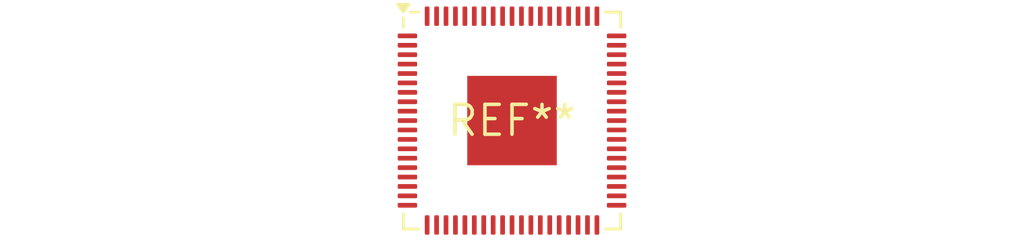
<source format=kicad_pcb>
(kicad_pcb (version 20240108) (generator pcbnew)
  (layers (0 "F.Cu" signal) (31 "B.Cu" signal) (34 "B.Paste" user) (35 "F.Paste" user) (36 "B.SilkS" user "B.Silkscreen") (37 "F.SilkS" user "F.Silkscreen") (38 "B.Mask" user) (39 "F.Mask" user) (44 "Edge.Cuts" user))
  (net 0 "")
  (footprint "QFN-76-1EP_9x9mm_P0.4mm_EP3.8x3.8mm" (layer "F.Cu") (at 0 0)
    (property "Reference" "REF**")
    (property "Value" "QFN-76-1EP_9x9mm_P0.4mm_EP3.8x3.8mm")
    (fp_line (start -4.61 -3.96) (end -4.61 -4.37) (layer "F.SilkS") (stroke (width 0.12)))
    (fp_line (start -4.61 4.61) (end -4.61 3.96) (layer "F.SilkS") (stroke (width 0.12)))
    (fp_line (start -3.96 -4.61) (end -4.31 -4.61) (layer "F.SilkS") (stroke (width 0.12)))
    (fp_line (start -3.96 4.61) (end -4.61 4.61) (layer "F.SilkS") (stroke (width 0.12)))
    (fp_line (start 3.96 -4.61) (end 4.61 -4.61) (layer "F.SilkS") (stroke (width 0.12)))
    (fp_line (start 3.96 4.61) (end 4.61 4.61) (layer "F.SilkS") (stroke (width 0.12)))
    (fp_line (start 4.61 -4.61) (end 4.61 -3.96) (layer "F.SilkS") (stroke (width 0.12)))
    (fp_line (start 4.61 4.61) (end 4.61 3.96) (layer "F.SilkS") (stroke (width 0.12)))
    (fp_poly (pts (xy -4.61 -4.61) (xy -4.85 -4.94) (xy -4.37 -4.94) (xy -4.61 -4.61)) (layer "F.SilkS") (stroke (width 0.12)) (fill solid))
    (pad "1" smd roundrect (at -4.4375 -3.6) (size 0.825 0.2) (layers "F.Cu" "F.Paste" "F.Mask"))
    (pad "2" smd roundrect (at -4.4375 -3.2) (size 0.825 0.2) (layers "F.Cu" "F.Paste" "F.Mask"))
    (pad "3" smd roundrect (at -4.4375 -2.8) (size 0.825 0.2) (layers "F.Cu" "F.Paste" "F.Mask"))
    (pad "4" smd roundrect (at -4.4375 -2.4) (size 0.825 0.2) (layers "F.Cu" "F.Paste" "F.Mask"))
    (pad "5" smd roundrect (at -4.4375 -2) (size 0.825 0.2) (layers "F.Cu" "F.Paste" "F.Mask"))
    (pad "6" smd roundrect (at -4.4375 -1.6) (size 0.825 0.2) (layers "F.Cu" "F.Paste" "F.Mask"))
    (pad "7" smd roundrect (at -4.4375 -1.2) (size 0.825 0.2) (layers "F.Cu" "F.Paste" "F.Mask"))
    (pad "8" smd roundrect (at -4.4375 -0.8) (size 0.825 0.2) (layers "F.Cu" "F.Paste" "F.Mask"))
    (pad "9" smd roundrect (at -4.4375 -0.4) (size 0.825 0.2) (layers "F.Cu" "F.Paste" "F.Mask"))
    (pad "10" smd roundrect (at -4.4375 0) (size 0.825 0.2) (layers "F.Cu" "F.Paste" "F.Mask"))
    (pad "11" smd roundrect (at -4.4375 0.4) (size 0.825 0.2) (layers "F.Cu" "F.Paste" "F.Mask"))
    (pad "12" smd roundrect (at -4.4375 0.8) (size 0.825 0.2) (layers "F.Cu" "F.Paste" "F.Mask"))
    (pad "13" smd roundrect (at -4.4375 1.2) (size 0.825 0.2) (layers "F.Cu" "F.Paste" "F.Mask"))
    (pad "14" smd roundrect (at -4.4375 1.6) (size 0.825 0.2) (layers "F.Cu" "F.Paste" "F.Mask"))
    (pad "15" smd roundrect (at -4.4375 2) (size 0.825 0.2) (layers "F.Cu" "F.Paste" "F.Mask"))
    (pad "16" smd roundrect (at -4.4375 2.4) (size 0.825 0.2) (layers "F.Cu" "F.Paste" "F.Mask"))
    (pad "17" smd roundrect (at -4.4375 2.8) (size 0.825 0.2) (layers "F.Cu" "F.Paste" "F.Mask"))
    (pad "18" smd roundrect (at -4.4375 3.2) (size 0.825 0.2) (layers "F.Cu" "F.Paste" "F.Mask"))
    (pad "19" smd roundrect (at -4.4375 3.6) (size 0.825 0.2) (layers "F.Cu" "F.Paste" "F.Mask"))
    (pad "20" smd roundrect (at -3.6 4.4375) (size 0.2 0.825) (layers "F.Cu" "F.Paste" "F.Mask"))
    (pad "21" smd roundrect (at -3.2 4.4375) (size 0.2 0.825) (layers "F.Cu" "F.Paste" "F.Mask"))
    (pad "22" smd roundrect (at -2.8 4.4375) (size 0.2 0.825) (layers "F.Cu" "F.Paste" "F.Mask"))
    (pad "23" smd roundrect (at -2.4 4.4375) (size 0.2 0.825) (layers "F.Cu" "F.Paste" "F.Mask"))
    (pad "24" smd roundrect (at -2 4.4375) (size 0.2 0.825) (layers "F.Cu" "F.Paste" "F.Mask"))
    (pad "25" smd roundrect (at -1.6 4.4375) (size 0.2 0.825) (layers "F.Cu" "F.Paste" "F.Mask"))
    (pad "26" smd roundrect (at -1.2 4.4375) (size 0.2 0.825) (layers "F.Cu" "F.Paste" "F.Mask"))
    (pad "27" smd roundrect (at -0.8 4.4375) (size 0.2 0.825) (layers "F.Cu" "F.Paste" "F.Mask"))
    (pad "28" smd roundrect (at -0.4 4.4375) (size 0.2 0.825) (layers "F.Cu" "F.Paste" "F.Mask"))
    (pad "29" smd roundrect (at 0 4.4375) (size 0.2 0.825) (layers "F.Cu" "F.Paste" "F.Mask"))
    (pad "30" smd roundrect (at 0.4 4.4375) (size 0.2 0.825) (layers "F.Cu" "F.Paste" "F.Mask"))
    (pad "31" smd roundrect (at 0.8 4.4375) (size 0.2 0.825) (layers "F.Cu" "F.Paste" "F.Mask"))
    (pad "32" smd roundrect (at 1.2 4.4375) (size 0.2 0.825) (layers "F.Cu" "F.Paste" "F.Mask"))
    (pad "33" smd roundrect (at 1.6 4.4375) (size 0.2 0.825) (layers "F.Cu" "F.Paste" "F.Mask"))
    (pad "34" smd roundrect (at 2 4.4375) (size 0.2 0.825) (layers "F.Cu" "F.Paste" "F.Mask"))
    (pad "35" smd roundrect (at 2.4 4.4375) (size 0.2 0.825) (layers "F.Cu" "F.Paste" "F.Mask"))
    (pad "36" smd roundrect (at 2.8 4.4375) (size 0.2 0.825) (layers "F.Cu" "F.Paste" "F.Mask"))
    (pad "37" smd roundrect (at 3.2 4.4375) (size 0.2 0.825) (layers "F.Cu" "F.Paste" "F.Mask"))
    (pad "38" smd roundrect (at 3.6 4.4375) (size 0.2 0.825) (layers "F.Cu" "F.Paste" "F.Mask"))
    (pad "39" smd roundrect (at 4.4375 3.6) (size 0.825 0.2) (layers "F.Cu" "F.Paste" "F.Mask"))
    (pad "40" smd roundrect (at 4.4375 3.2) (size 0.825 0.2) (layers "F.Cu" "F.Paste" "F.Mask"))
    (pad "41" smd roundrect (at 4.4375 2.8) (size 0.825 0.2) (layers "F.Cu" "F.Paste" "F.Mask"))
    (pad "42" smd roundrect (at 4.4375 2.4) (size 0.825 0.2) (layers "F.Cu" "F.Paste" "F.Mask"))
    (pad "43" smd roundrect (at 4.4375 2) (size 0.825 0.2) (layers "F.Cu" "F.Paste" "F.Mask"))
    (pad "44" smd roundrect (at 4.4375 1.6) (size 0.825 0.2) (layers "F.Cu" "F.Paste" "F.Mask"))
    (pad "45" smd roundrect (at 4.4375 1.2) (size 0.825 0.2) (layers "F.Cu" "F.Paste" "F.Mask"))
    (pad "46" smd roundrect (at 4.4375 0.8) (size 0.825 0.2) (layers "F.Cu" "F.Paste" "F.Mask"))
    (pad "47" smd roundrect (at 4.4375 0.4) (size 0.825 0.2) (layers "F.Cu" "F.Paste" "F.Mask"))
    (pad "48" smd roundrect (at 4.4375 0) (size 0.825 0.2) (layers "F.Cu" "F.Paste" "F.Mask"))
    (pad "49" smd roundrect (at 4.4375 -0.4) (size 0.825 0.2) (layers "F.Cu" "F.Paste" "F.Mask"))
    (pad "50" smd roundrect (at 4.4375 -0.8) (size 0.825 0.2) (layers "F.Cu" "F.Paste" "F.Mask"))
    (pad "51" smd roundrect (at 4.4375 -1.2) (size 0.825 0.2) (layers "F.Cu" "F.Paste" "F.Mask"))
    (pad "52" smd roundrect (at 4.4375 -1.6) (size 0.825 0.2) (layers "F.Cu" "F.Paste" "F.Mask"))
    (pad "53" smd roundrect (at 4.4375 -2) (size 0.825 0.2) (layers "F.Cu" "F.Paste" "F.Mask"))
    (pad "54" smd roundrect (at 4.4375 -2.4) (size 0.825 0.2) (layers "F.Cu" "F.Paste" "F.Mask"))
    (pad "55" smd roundrect (at 4.4375 -2.8) (size 0.825 0.2) (layers "F.Cu" "F.Paste" "F.Mask"))
    (pad "56" smd roundrect (at 4.4375 -3.2) (size 0.825 0.2) (layers "F.Cu" "F.Paste" "F.Mask"))
    (pad "57" smd roundrect (at 4.4375 -3.6) (size 0.825 0.2) (layers "F.Cu" "F.Paste" "F.Mask"))
    (pad "58" smd roundrect (at 3.6 -4.4375) (size 0.2 0.825) (layers "F.Cu" "F.Paste" "F.Mask"))
    (pad "59" smd roundrect (at 3.2 -4.4375) (size 0.2 0.825) (layers "F.Cu" "F.Paste" "F.Mask"))
    (pad "60" smd roundrect (at 2.8 -4.4375) (size 0.2 0.825) (layers "F.Cu" "F.Paste" "F.Mask"))
    (pad "61" smd roundrect (at 2.4 -4.4375) (size 0.2 0.825) (layers "F.Cu" "F.Paste" "F.Mask"))
    (pad "62" smd roundrect (at 2 -4.4375) (size 0.2 0.825) (layers "F.Cu" "F.Paste" "F.Mask"))
    (pad "63" smd roundrect (at 1.6 -4.4375) (size 0.2 0.825) (layers "F.Cu" "F.Paste" "F.Mask"))
    (pad "64" smd roundrect (at 1.2 -4.4375) (size 0.2 0.825) (layers "F.Cu" "F.Paste" "F.Mask"))
    (pad "65" smd roundrect (at 0.8 -4.4375) (size 0.2 0.825) (layers "F.Cu" "F.Paste" "F.Mask"))
    (pad "66" smd roundrect (at 0.4 -4.4375) (size 0.2 0.825) (layers "F.Cu" "F.Paste" "F.Mask"))
    (pad "67" smd roundrect (at 0 -4.4375) (size 0.2 0.825) (layers "F.Cu" "F.Paste" "F.Mask"))
    (pad "68" smd roundrect (at -0.4 -4.4375) (size 0.2 0.825) (layers "F.Cu" "F.Paste" "F.Mask"))
    (pad "69" smd roundrect (at -0.8 -4.4375) (size 0.2 0.825) (layers "F.Cu" "F.Paste" "F.Mask"))
    (pad "70" smd roundrect (at -1.2 -4.4375) (size 0.2 0.825) (layers "F.Cu" "F.Paste" "F.Mask"))
    (pad "71" smd roundrect (at -1.6 -4.4375) (size 0.2 0.825) (layers "F.Cu" "F.Paste" "F.Mask"))
    (pad "72" smd roundrect (at -2 -4.4375) (size 0.2 0.825) (layers "F.Cu" "F.Paste" "F.Mask"))
    (pad "73" smd roundrect (at -2.4 -4.4375) (size 0.2 0.825) (layers "F.Cu" "F.Paste" "F.Mask"))
    (pad "74" smd roundrect (at -2.8 -4.4375) (size 0.2 0.825) (layers "F.Cu" "F.Paste" "F.Mask"))
    (pad "75" smd roundrect (at -3.2 -4.4375) (size 0.2 0.825) (layers "F.Cu" "F.Paste" "F.Mask"))
    (pad "76" smd roundrect (at -3.6 -4.4375) (size 0.2 0.825) (layers "F.Cu" "F.Paste" "F.Mask"))
    (pad "77" smd rect (at 0 0) (size 3.8 3.8) (property pad_prop_heatsink) (layers "F.Cu" "F.Mask"))
  )
)
</source>
